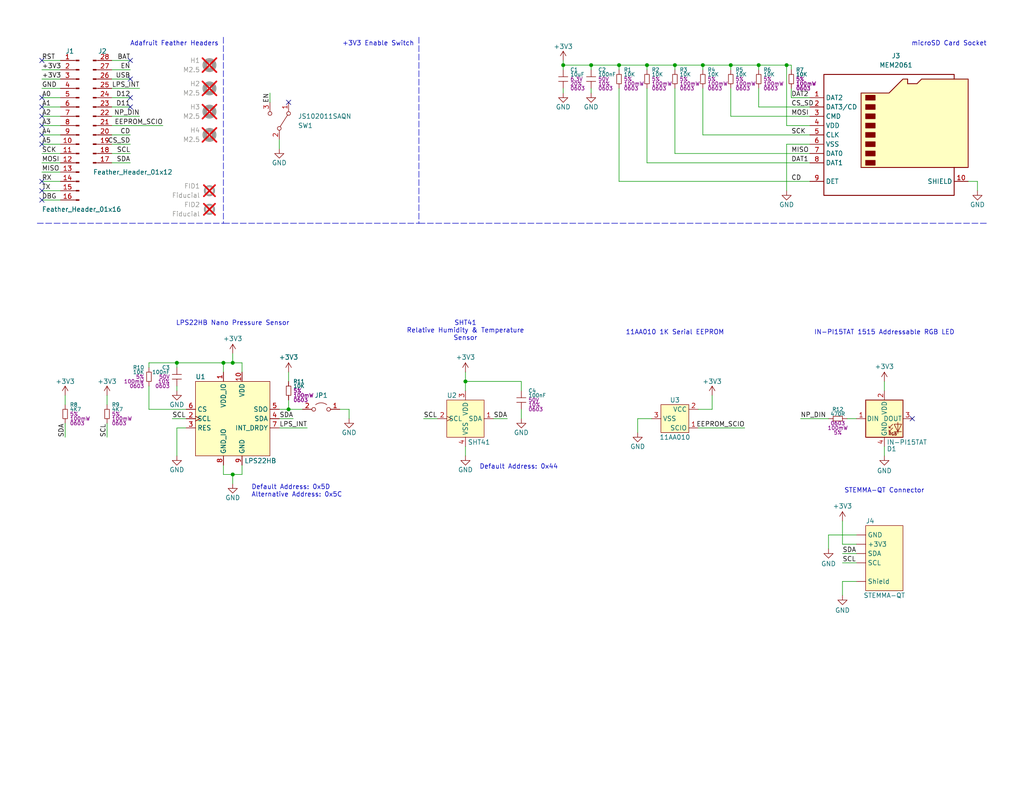
<source format=kicad_sch>
(kicad_sch (version 20230121) (generator eeschema)
  (paper "USLetter")
  (title_block (title "Weather Featherwing v1.1.0") (date "2024-01-07") (rev "02") (comment 1 "Madison Gleydura") (comment 2 "PROTOTYPE") (comment 3 "2024"))
  (lib_symbols
    (symbol "GND_1" (power) (pin_names (offset 0))
      (property "Value" "GND" (at 0 -3.81 0))
      (symbol "GND_1_0_1"
        (polyline (pts (xy 0 0) (xy 0 -1.27) (xy 1.27 -1.27) (xy 0 -2.54) (xy -1.27 -1.27) (xy 0 -1.27)))
      )
      (symbol "GND_1_1_1"
        (pin power_in line (at 0 0 270) (length 0) hide (name "GND") (number "1"))
      )
    )
    (symbol "lib_sch:11AAxxx"
      (property "Reference" "U" (at 0 5.08 0))
      (property "Value" "11AA010T-I/TT" (at 0 -5.08 0))
      (symbol "11AAxxx_1_1"
        (rectangle (start -3.81 3.81) (end 3.81 -3.81) (fill (type background)))
        (pin bidirectional line (at 6.35 -2.54 180) (length 2.54) (name "SCIO") (number "1"))
        (pin power_in line (at 6.35 2.54 180) (length 2.54) (name "VCC") (number "2"))
        (pin passive line (at -6.35 0 0) (length 2.54) (name "VSS") (number "3"))
      )
    )
    (symbol "lib_sch:Conn_01x12_Pin" (pin_names (offset 1.016) hide)
      (property "Reference" "J2" (at 0.635 17.78 0))
      (property "Value" "Conn_01x12_Pin" (at 0.635 15.24 0))
      (symbol "Conn_01x12_Pin_1_1"
        (polyline (pts (xy 1.27 -15.24) (xy 0.8636 -15.24)) (stroke (width 0.1524)))
        (polyline (pts (xy 1.27 -12.7) (xy 0.8636 -12.7)) (stroke (width 0.1524)))
        (polyline (pts (xy 1.27 -10.16) (xy 0.8636 -10.16)) (stroke (width 0.1524)))
        (polyline (pts (xy 1.27 -7.62) (xy 0.8636 -7.62)) (stroke (width 0.1524)))
        (polyline (pts (xy 1.27 -5.08) (xy 0.8636 -5.08)) (stroke (width 0.1524)))
        (polyline (pts (xy 1.27 -2.54) (xy 0.8636 -2.54)) (stroke (width 0.1524)))
        (polyline (pts (xy 1.27 0) (xy 0.8636 0)) (stroke (width 0.1524)))
        (polyline (pts (xy 1.27 2.54) (xy 0.8636 2.54)) (stroke (width 0.1524)))
        (polyline (pts (xy 1.27 5.08) (xy 0.8636 5.08)) (stroke (width 0.1524)))
        (polyline (pts (xy 1.27 7.62) (xy 0.8636 7.62)) (stroke (width 0.1524)))
        (polyline (pts (xy 1.27 10.16) (xy 0.8636 10.16)) (stroke (width 0.1524)))
        (polyline (pts (xy 1.27 12.7) (xy 0.8636 12.7)) (stroke (width 0.1524)))
        (rectangle (start 0.8636 -15.113) (end 0 -15.367) (stroke (width 0.1524)) (fill (type outline)))
        (rectangle (start 0.8636 -12.573) (end 0 -12.827) (stroke (width 0.1524)) (fill (type outline)))
        (rectangle (start 0.8636 -10.033) (end 0 -10.287) (stroke (width 0.1524)) (fill (type outline)))
        (rectangle (start 0.8636 -7.493) (end 0 -7.747) (stroke (width 0.1524)) (fill (type outline)))
        (rectangle (start 0.8636 -4.953) (end 0 -5.207) (stroke (width 0.1524)) (fill (type outline)))
        (rectangle (start 0.8636 -2.413) (end 0 -2.667) (stroke (width 0.1524)) (fill (type outline)))
        (rectangle (start 0.8636 0.127) (end 0 -0.127) (stroke (width 0.1524)) (fill (type outline)))
        (rectangle (start 0.8636 2.667) (end 0 2.413) (stroke (width 0.1524)) (fill (type outline)))
        (rectangle (start 0.8636 5.207) (end 0 4.953) (stroke (width 0.1524)) (fill (type outline)))
        (rectangle (start 0.8636 7.747) (end 0 7.493) (stroke (width 0.1524)) (fill (type outline)))
        (rectangle (start 0.8636 10.287) (end 0 10.033) (stroke (width 0.1524)) (fill (type outline)))
        (rectangle (start 0.8636 12.827) (end 0 12.573) (stroke (width 0.1524)) (fill (type outline)))
        (pin passive line (at 5.08 -15.24 180) (length 3.81) (name "Pin_17") (number "17"))
        (pin passive line (at 5.08 -12.7 180) (length 3.81) (name "Pin_18") (number "18"))
        (pin passive line (at 5.08 -10.16 180) (length 3.81) (name "Pin_19") (number "19"))
        (pin passive line (at 5.08 -7.62 180) (length 3.81) (name "Pin_20") (number "20"))
        (pin passive line (at 5.08 -5.08 180) (length 3.81) (name "Pin_21") (number "21"))
        (pin passive line (at 5.08 -2.54 180) (length 3.81) (name "Pin_22") (number "22"))
        (pin passive line (at 5.08 0 180) (length 3.81) (name "3") (number "23"))
        (pin passive line (at 5.08 2.54 180) (length 3.81) (name "Pin_24") (number "24"))
        (pin passive line (at 5.08 5.08 180) (length 3.81) (name "Pin_25") (number "25"))
        (pin passive line (at 5.08 7.62 180) (length 3.81) (name "Pin_26") (number "26"))
        (pin passive line (at 5.08 10.16 180) (length 3.81) (name "Pin_27") (number "27"))
        (pin passive line (at 5.08 12.7 180) (length 3.81) (name "Pin_28") (number "28"))
      )
    )
    (symbol "lib_sch:Conn_01x16_Pin" (pin_names (offset 1.016) hide)
      (property "Reference" "J" (at 0 20.32 0))
      (property "Value" "Conn_01x16_Pin" (at 0 -22.86 0))
      (symbol "Conn_01x16_Pin_1_1"
        (polyline (pts (xy 1.27 -20.32) (xy 0.8636 -20.32)) (stroke (width 0.1524)))
        (polyline (pts (xy 1.27 -17.78) (xy 0.8636 -17.78)) (stroke (width 0.1524)))
        (polyline (pts (xy 1.27 -15.24) (xy 0.8636 -15.24)) (stroke (width 0.1524)))
        (polyline (pts (xy 1.27 -12.7) (xy 0.8636 -12.7)) (stroke (width 0.1524)))
        (polyline (pts (xy 1.27 -10.16) (xy 0.8636 -10.16)) (stroke (width 0.1524)))
        (polyline (pts (xy 1.27 -7.62) (xy 0.8636 -7.62)) (stroke (width 0.1524)))
        (polyline (pts (xy 1.27 -5.08) (xy 0.8636 -5.08)) (stroke (width 0.1524)))
        (polyline (pts (xy 1.27 -2.54) (xy 0.8636 -2.54)) (stroke (width 0.1524)))
        (polyline (pts (xy 1.27 0) (xy 0.8636 0)) (stroke (width 0.1524)))
        (polyline (pts (xy 1.27 2.54) (xy 0.8636 2.54)) (stroke (width 0.1524)))
        (polyline (pts (xy 1.27 5.08) (xy 0.8636 5.08)) (stroke (width 0.1524)))
        (polyline (pts (xy 1.27 7.62) (xy 0.8636 7.62)) (stroke (width 0.1524)))
        (polyline (pts (xy 1.27 10.16) (xy 0.8636 10.16)) (stroke (width 0.1524)))
        (polyline (pts (xy 1.27 12.7) (xy 0.8636 12.7)) (stroke (width 0.1524)))
        (polyline (pts (xy 1.27 15.24) (xy 0.8636 15.24)) (stroke (width 0.1524)))
        (polyline (pts (xy 1.27 17.78) (xy 0.8636 17.78)) (stroke (width 0.1524)))
        (rectangle (start 0.8636 -20.193) (end 0 -20.447) (stroke (width 0.1524)) (fill (type outline)))
        (rectangle (start 0.8636 -17.653) (end 0 -17.907) (stroke (width 0.1524)) (fill (type outline)))
        (rectangle (start 0.8636 -15.113) (end 0 -15.367) (stroke (width 0.1524)) (fill (type outline)))
        (rectangle (start 0.8636 -12.573) (end 0 -12.827) (stroke (width 0.1524)) (fill (type outline)))
        (rectangle (start 0.8636 -10.033) (end 0 -10.287) (stroke (width 0.1524)) (fill (type outline)))
        (rectangle (start 0.8636 -7.493) (end 0 -7.747) (stroke (width 0.1524)) (fill (type outline)))
        (rectangle (start 0.8636 -4.953) (end 0 -5.207) (stroke (width 0.1524)) (fill (type outline)))
        (rectangle (start 0.8636 -2.413) (end 0 -2.667) (stroke (width 0.1524)) (fill (type outline)))
        (rectangle (start 0.8636 0.127) (end 0 -0.127) (stroke (width 0.1524)) (fill (type outline)))
        (rectangle (start 0.8636 2.667) (end 0 2.413) (stroke (width 0.1524)) (fill (type outline)))
        (rectangle (start 0.8636 5.207) (end 0 4.953) (stroke (width 0.1524)) (fill (type outline)))
        (rectangle (start 0.8636 7.747) (end 0 7.493) (stroke (width 0.1524)) (fill (type outline)))
        (rectangle (start 0.8636 10.287) (end 0 10.033) (stroke (width 0.1524)) (fill (type outline)))
        (rectangle (start 0.8636 12.827) (end 0 12.573) (stroke (width 0.1524)) (fill (type outline)))
        (rectangle (start 0.8636 15.367) (end 0 15.113) (stroke (width 0.1524)) (fill (type outline)))
        (rectangle (start 0.8636 17.907) (end 0 17.653) (stroke (width 0.1524)) (fill (type outline)))
        (pin passive line (at 5.08 17.78 180) (length 3.81) (name "Pin_1") (number "1"))
        (pin passive line (at 5.08 -5.08 180) (length 3.81) (name "Pin_10") (number "10"))
        (pin passive line (at 5.08 -7.62 180) (length 3.81) (name "Pin_11") (number "11"))
        (pin passive line (at 5.08 -10.16 180) (length 3.81) (name "Pin_12") (number "12"))
        (pin passive line (at 5.08 -12.7 180) (length 3.81) (name "Pin_13") (number "13"))
        (pin passive line (at 5.08 -15.24 180) (length 3.81) (name "Pin_14") (number "14"))
        (pin passive line (at 5.08 -17.78 180) (length 3.81) (name "Pin_15") (number "15"))
        (pin passive line (at 5.08 -20.32 180) (length 3.81) (name "Pin_16") (number "16"))
        (pin passive line (at 5.08 15.24 180) (length 3.81) (name "Pin_2") (number "2"))
        (pin passive line (at 5.08 12.7 180) (length 3.81) (name "Pin_3") (number "3"))
        (pin passive line (at 5.08 10.16 180) (length 3.81) (name "Pin_4") (number "4"))
        (pin passive line (at 5.08 7.62 180) (length 3.81) (name "Pin_5") (number "5"))
        (pin passive line (at 5.08 5.08 180) (length 3.81) (name "Pin_6") (number "6"))
        (pin passive line (at 5.08 2.54 180) (length 3.81) (name "Pin_7") (number "7"))
        (pin passive line (at 5.08 0 180) (length 3.81) (name "Pin_8") (number "8"))
        (pin passive line (at 5.08 -2.54 180) (length 3.81) (name "Pin_9") (number "9"))
      )
    )
    (symbol "lib_sch:Fiducial"
      (property "Reference" "FID" (at 0 5.08 0))
      (property "Value" "Fiducial" (at 0 3.175 0))
      (symbol "Fiducial_0_1"
        (circle (center 0 0) (radius 1.27) (stroke (width 0.508)) (fill (type background)))
      )
    )
    (symbol "lib_sch:Jumper_2_Open" (pin_names (offset 0) hide)
      (property "Reference" "JP" (at 0 2.794 0))
      (property "Value" "Jumper_2_Open" (at 0 -2.286 0))
      (symbol "Jumper_2_Open_0_0"
        (circle (center -2.032 0) (radius 0.508))
        (circle (center 2.032 0) (radius 0.508))
      )
      (symbol "Jumper_2_Open_0_1"
        (arc (start 1.524 1.27) (mid 0 1.778) (end -1.524 1.27))
      )
      (symbol "Jumper_2_Open_1_1"
        (pin passive line (at -5.08 0 0) (length 2.54) (name "A") (number "1"))
        (pin passive line (at 5.08 0 180) (length 2.54) (name "B") (number "2"))
      )
    )
    (symbol "lib_sch:LPS2x"
      (property "Reference" "U" (at -10.16 11.43 0))
      (property "Value" "LPS2x" (at 3.175 -10.795 0))
      (symbol "LPS2x_0_0"
        (pin power_in line (at -2.54 12.7 270) (length 2.54) (name "VDD_IO") (number "1"))
        (pin input line (at 2.54 12.7 270) (length 2.54) (name "VDD") (number "10"))
        (pin passive line (at -12.7 -2.54 0) (length 2.54) (name "RES") (number "3"))
        (pin input line (at -12.7 2.54 0) (length 2.54) (name "CS") (number "6"))
        (pin output line (at 12.7 -2.54 180) (length 2.54) (name "INT_DRDY") (number "7"))
        (pin passive line (at -2.54 -12.7 90) (length 2.54) (name "GND_IO") (number "8"))
        (pin passive line (at 2.54 -12.7 90) (length 2.54) (name "GND") (number "9"))
      )
      (symbol "LPS2x_1_0"
        (pin input clock (at -12.7 0 0) (length 2.54) (name "SCL") (number "2"))
        (pin bidirectional line (at 12.7 0 180) (length 2.54) (name "SDA") (number "4"))
        (pin output line (at 12.7 2.54 180) (length 2.54) (name "SDO") (number "5"))
      )
      (symbol "LPS2x_1_1"
        (rectangle (start -10.16 10.16) (end 10.16 -10.16) (fill (type background)))
      )
    )
    (symbol "lib_sch:Micro_SD_Card_Det1"
      (property "Reference" "J" (at -16.51 17.78 0))
      (property "Value" "Micro_SD_Card_Det1" (at 16.51 17.78 0))
      (symbol "Micro_SD_Card_Det1_0_1"
        (rectangle (start -7.62 -6.985) (end -5.08 -8.255) (stroke (width 0.254)) (fill (type outline)))
        (rectangle (start -7.62 -4.445) (end -5.08 -5.715) (stroke (width 0.254)) (fill (type outline)))
        (rectangle (start -7.62 -1.905) (end -5.08 -3.175) (stroke (width 0.254)) (fill (type outline)))
        (rectangle (start -7.62 0.635) (end -5.08 -0.635) (stroke (width 0.254)) (fill (type outline)))
        (rectangle (start -7.62 3.175) (end -5.08 1.905) (stroke (width 0.254)) (fill (type outline)))
        (rectangle (start -7.62 5.715) (end -5.08 4.445) (stroke (width 0.254)) (fill (type outline)))
        (rectangle (start -7.62 8.255) (end -5.08 6.985) (stroke (width 0.254)) (fill (type outline)))
        (rectangle (start -7.62 10.795) (end -5.08 9.525) (stroke (width 0.254)) (fill (type outline)))
        (polyline (pts (xy 16.51 15.24) (xy 16.51 16.51) (xy -19.05 16.51) (xy -19.05 -16.51) (xy 16.51 -16.51) (xy 16.51 -8.89)) (stroke (width 0.254)))
        (polyline (pts (xy -8.89 -8.89) (xy -8.89 11.43) (xy -1.27 11.43) (xy 2.54 15.24) (xy 3.81 15.24) (xy 3.81 13.97) (xy 6.35 13.97) (xy 7.62 15.24) (xy 20.32 15.24) (xy 20.32 -8.89) (xy -8.89 -8.89)) (stroke (width 0.254)) (fill (type background)))
      )
      (symbol "Micro_SD_Card_Det1_1_1"
        (pin bidirectional line (at -22.86 10.16 0) (length 3.81) (name "DAT2") (number "1"))
        (pin passive line (at 20.32 -12.7 180) (length 3.81) (name "SHIELD") (number "10"))
        (pin bidirectional line (at -22.86 7.62 0) (length 3.81) (name "DAT3/CD") (number "2"))
        (pin input line (at -22.86 5.08 0) (length 3.81) (name "CMD") (number "3"))
        (pin power_in line (at -22.86 2.54 0) (length 3.81) (name "VDD") (number "4"))
        (pin input line (at -22.86 0 0) (length 3.81) (name "CLK") (number "5"))
        (pin power_in line (at -22.86 -2.54 0) (length 3.81) (name "VSS") (number "6"))
        (pin bidirectional line (at -22.86 -5.08 0) (length 3.81) (name "DAT0") (number "7"))
        (pin bidirectional line (at -22.86 -7.62 0) (length 3.81) (name "DAT1") (number "8"))
        (pin passive line (at -22.86 -12.7 0) (length 3.81) (name "DET") (number "9"))
      )
    )
    (symbol "lib_sch:MountingHole" (pin_names (offset 1.016))
      (property "Reference" "H" (at 0 5.08 0))
      (property "Value" "MountingHole" (at 0 3.175 0))
      (symbol "MountingHole_0_1"
        (circle (center 0 0) (radius 1.27) (stroke (width 1.27)))
      )
    )
    (symbol "lib_sch:NeoPixel_THT" (pin_names (offset 0.254))
      (property "Reference" "D2" (at 0.635 -8.255 0))
      (property "Value" "NeoPixel_THT" (at 0.635 -5.715 0))
      (symbol "NeoPixel_THT_0_0"
        (text "RGB" (at 2.286 -4.191 0) (effects (font (size 0.762 0.762))))
      )
      (symbol "NeoPixel_THT_0_1"
        (polyline (pts (xy 1.27 -3.556) (xy 1.778 -3.556)))
        (polyline (pts (xy 1.27 -2.54) (xy 1.778 -2.54)))
        (polyline (pts (xy 4.699 -3.556) (xy 2.667 -3.556)))
        (polyline (pts (xy 2.286 -2.54) (xy 1.27 -3.556) (xy 1.27 -3.048)))
        (polyline (pts (xy 2.286 -1.524) (xy 1.27 -2.54) (xy 1.27 -2.032)))
        (polyline (pts (xy 3.683 -1.016) (xy 3.683 -3.556) (xy 3.683 -4.064)))
        (polyline (pts (xy 4.699 -1.524) (xy 2.667 -1.524) (xy 3.683 -3.556) (xy 4.699 -1.524)))
        (rectangle (start 5.08 5.08) (end -5.08 -5.08) (stroke (width 0.254)) (fill (type background)))
      )
      (symbol "NeoPixel_THT_1_1"
        (pin input line (at -7.62 0 0) (length 2.54) (name "DIN") (number "1"))
        (pin power_in line (at 0 7.62 270) (length 2.54) (name "VDD") (number "2"))
        (pin output line (at 7.62 0 180) (length 2.54) (name "DOUT") (number "3"))
        (pin power_in line (at 0 -7.62 90) (length 2.54) (name "GND") (number "4"))
      )
    )
    (symbol "lib_sch:SHT4x"
      (property "Reference" "U" (at -5.08 6.35 0))
      (property "Value" "SHT4x" (at 0.635 -5.715 0))
      (symbol "SHT4x_1_1"
        (rectangle (start -5.08 5.08) (end 5.08 -5.08) (fill (type background)))
        (pin bidirectional line (at 7.62 0 180) (length 2.54) (name "SDA") (number "1"))
        (pin input clock (at -7.62 0 0) (length 2.54) (name "SCL") (number "2"))
        (pin power_in line (at 0 7.62 270) (length 2.54) (name "VDD") (number "3"))
        (pin passive line (at 0 -7.62 90) (length 2.54) (name "VSS") (number "4"))
      )
    )
    (symbol "lib_sch:STEMMA-QT" (pin_numbers hide)
      (property "Reference" "J" (at -5.08 10.16 0))
      (property "Value" "STEMMA-QT" (at 0 -10.16 0))
      (symbol "STEMMA-QT_0_0"
        (pin passive line (at -7.62 -6.35 0) (length 2.54) (name "Shield") (number "MP"))
      )
      (symbol "STEMMA-QT_1_0"
        (pin passive line (at -7.62 6.35 0) (length 2.54) (name "GND") (number "1"))
        (pin passive line (at -7.62 3.81 0) (length 2.54) (name "+3V3") (number "2"))
        (pin passive line (at -7.62 1.27 0) (length 2.54) (name "SDA") (number "3"))
        (pin passive line (at -7.62 -1.27 0) (length 2.54) (name "SCL") (number "4"))
      )
      (symbol "STEMMA-QT_1_1"
        (rectangle (start -5.08 8.89) (end 5.08 -8.89) (fill (type background)))
      )
    )
    (symbol "lib_sch:SW_SPDT" (pin_names (offset 0) hide)
      (property "Reference" "SW" (at 0 4.318 0))
      (property "Value" "SW_SPDT" (at 0 -5.08 0))
      (symbol "SW_SPDT_0_0"
        (circle (center -2.032 0) (radius 0.508))
        (circle (center 2.032 -2.54) (radius 0.508))
      )
      (symbol "SW_SPDT_0_1"
        (polyline (pts (xy -1.524 0.254) (xy 1.651 2.286)))
        (circle (center 2.032 2.54) (radius 0.508))
      )
      (symbol "SW_SPDT_1_1"
        (pin passive line (at 5.08 2.54 180) (length 2.54) (name "A") (number "1"))
        (pin passive line (at -5.08 0 0) (length 2.54) (name "B") (number "2"))
        (pin passive line (at 5.08 -2.54 180) (length 2.54) (name "C") (number "3"))
      )
    )
    (symbol "lib_sch:c_small"
      (property "Reference" "C?" (at 1.905 2.54 0))
      (property "Value" "c_small" (at 1.905 1.27 0))
      (property "Tolerance" "TOL" (at 1.905 -1.27 0))
      (property "Voltage Rating" "VOLTAGE" (at 1.905 0 0))
      (property "Package" "PKG" (at 1.905 -2.54 0))
      (symbol "c_small_0_1"
        (polyline (pts (xy -1.27 -0.635) (xy 1.27 -0.635)))
        (polyline (pts (xy -1.27 0.635) (xy 1.27 0.635)))
      )
      (symbol "c_small_1_1"
        (pin passive line (at 0 2.54 270) (length 1.905) (name "") (number "1"))
        (pin passive line (at 0 -2.54 90) (length 1.905) (name "") (number "2"))
      )
    )
    (symbol "lib_sch:r_small"
      (property "Reference" "R?" (at 1.27 2.54 0))
      (property "Value" "VALUE" (at 1.27 1.27 0))
      (property "Tolerance" "TOL" (at 1.27 0 0))
      (property "Power Rating" "PWR" (at 1.27 -1.27 0))
      (property "Package" "PKG" (at 1.27 -2.54 0))
      (symbol "r_small_0_1"
        (polyline (pts (xy -0.635 1.27) (xy -0.635 -1.27) (xy 0.635 -1.27) (xy 0.635 1.27) (xy -0.635 1.27)))
      )
      (symbol "r_small_1_1"
        (pin passive line (at 0 2.54 270) (length 1.27) (name "") (number "1"))
        (pin passive line (at 0 -2.54 90) (length 1.27) (name "") (number "2"))
      )
    )
    (symbol "power:+3V3" (power) (pin_names (offset 0))
      (property "Value" "+3V3" (at 0 3.556 0))
      (symbol "+3V3_0_1"
        (polyline (pts (xy -0.762 1.27) (xy 0 2.54)))
        (polyline (pts (xy 0 0) (xy 0 2.54)))
        (polyline (pts (xy 0 2.54) (xy 0.762 1.27)))
      )
      (symbol "+3V3_1_1"
        (pin power_in line (at 0 0 90) (length 0) hide (name "+3V3") (number "1"))
      )
    )
    (symbol "power:GND" (power) (pin_names (offset 0))
      (property "Value" "GND" (at 0 -3.81 0))
      (symbol "GND_0_1"
        (polyline (pts (xy 0 0) (xy 0 -1.27) (xy 1.27 -1.27) (xy 0 -2.54) (xy -1.27 -1.27) (xy 0 -1.27)))
      )
      (symbol "GND_1_1"
        (pin power_in line (at 0 0 270) (length 0) hide (name "GND") (number "1"))
      )
    )
  )
  (junction (at 176.53 17.78))
  (junction (at 63.5 129.54))
  (junction (at 78.74 111.76))
  (junction (at 214.63 17.78))
  (junction (at 153.67 17.78))
  (junction (at 127 104.14))
  (junction (at 168.91 17.78))
  (junction (at 184.15 17.78))
  (junction (at 161.29 17.78))
  (junction (at 48.26 99.06))
  (junction (at 199.39 17.78))
  (junction (at 63.5 99.06))
  (junction (at 60.96 99.06))
  (junction (at 191.77 17.78))
  (junction (at 207.01 17.78))
  (no_connect (at 11.43 54.61))
  (no_connect (at 11.43 31.75))
  (no_connect (at 35.56 29.21))
  (no_connect (at 11.43 34.29))
  (no_connect (at 11.43 16.51))
  (no_connect (at 11.43 49.53))
  (no_connect (at 35.56 26.67))
  (no_connect (at 11.43 29.21))
  (no_connect (at 11.43 36.83))
  (no_connect (at 35.56 21.59))
  (no_connect (at 35.56 16.51))
  (no_connect (at 11.43 26.67))
  (no_connect (at 78.74 27.94))
  (no_connect (at 248.92 114.3))
  (no_connect (at 11.43 52.07))
  (no_connect (at 11.43 39.37))
  (wire (pts (xy 76.2 116.84) (xy 83.82 116.84)))
  (polyline (pts (xy 114.3 60.96) (xy 269.24 60.96)) (stroke (width 0) (type dash)))
  (wire (pts (xy 199.39 17.78) (xy 207.01 17.78)))
  (wire (pts (xy 11.43 24.13) (xy 16.51 24.13)))
  (wire (pts (xy 176.53 44.45) (xy 220.98 44.45)))
  (wire (pts (xy 30.48 26.67) (xy 35.56 26.67)))
  (wire (pts (xy 207.01 17.78) (xy 214.63 17.78)))
  (wire (pts (xy 60.96 127) (xy 60.96 129.54)))
  (wire (pts (xy 66.04 101.6) (xy 66.04 99.06)))
  (wire (pts (xy 231.14 114.3) (xy 233.68 114.3)))
  (wire (pts (xy 184.15 17.78) (xy 184.15 19.05)))
  (wire (pts (xy 76.2 114.3) (xy 80.01 114.3)))
  (wire (pts (xy 30.48 36.83) (xy 35.56 36.83)))
  (wire (pts (xy 127 104.14) (xy 142.24 104.14)))
  (wire (pts (xy 207.01 17.78) (xy 207.01 19.05)))
  (wire (pts (xy 214.63 52.07) (xy 214.63 39.37)))
  (wire (pts (xy 11.43 39.37) (xy 16.51 39.37)))
  (wire (pts (xy 215.9 26.67) (xy 220.98 26.67)))
  (wire (pts (xy 11.43 46.99) (xy 16.51 46.99)))
  (wire (pts (xy 63.5 96.52) (xy 63.5 99.06)))
  (wire (pts (xy 168.91 24.13) (xy 168.91 49.53)))
  (wire (pts (xy 199.39 24.13) (xy 199.39 31.75)))
  (wire (pts (xy 184.15 41.91) (xy 220.98 41.91)))
  (wire (pts (xy 78.74 111.76) (xy 78.74 109.22)))
  (wire (pts (xy 48.26 116.84) (xy 48.26 124.46)))
  (wire (pts (xy 66.04 99.06) (xy 63.5 99.06)))
  (wire (pts (xy 30.48 19.05) (xy 35.56 19.05)))
  (wire (pts (xy 40.64 99.06) (xy 40.64 100.33)))
  (wire (pts (xy 176.53 17.78) (xy 184.15 17.78)))
  (wire (pts (xy 11.43 54.61) (xy 16.51 54.61)))
  (polyline (pts (xy 114.3 10.16) (xy 114.3 60.96)) (stroke (width 0) (type dash)))
  (wire (pts (xy 207.01 29.21) (xy 220.98 29.21)))
  (wire (pts (xy 168.91 17.78) (xy 168.91 19.05)))
  (wire (pts (xy 40.64 99.06) (xy 48.26 99.06)))
  (wire (pts (xy 264.16 49.53) (xy 266.7 49.53)))
  (wire (pts (xy 66.04 129.54) (xy 63.5 129.54)))
  (wire (pts (xy 241.3 124.46) (xy 241.3 121.92)))
  (wire (pts (xy 134.62 114.3) (xy 138.43 114.3)))
  (wire (pts (xy 11.43 52.07) (xy 16.51 52.07)))
  (wire (pts (xy 11.43 36.83) (xy 16.51 36.83)))
  (wire (pts (xy 40.64 111.76) (xy 50.8 111.76)))
  (wire (pts (xy 127 104.14) (xy 127 106.68)))
  (wire (pts (xy 11.43 26.67) (xy 16.51 26.67)))
  (wire (pts (xy 153.67 19.05) (xy 153.67 17.78)))
  (wire (pts (xy 190.5 116.84) (xy 203.2 116.84)))
  (wire (pts (xy 184.15 24.13) (xy 184.15 41.91)))
  (wire (pts (xy 229.87 151.13) (xy 233.68 151.13)))
  (wire (pts (xy 190.5 111.76) (xy 194.31 111.76)))
  (wire (pts (xy 215.9 26.67) (xy 215.9 24.13)))
  (wire (pts (xy 48.26 105.41) (xy 48.26 106.68)))
  (wire (pts (xy 214.63 34.29) (xy 214.63 17.78)))
  (wire (pts (xy 176.53 24.13) (xy 176.53 44.45)))
  (wire (pts (xy 176.53 19.05) (xy 176.53 17.78)))
  (wire (pts (xy 30.48 21.59) (xy 35.56 21.59)))
  (polyline (pts (xy 10.16 60.96) (xy 60.96 60.96)) (stroke (width 0) (type dash)))
  (wire (pts (xy 11.43 29.21) (xy 16.51 29.21)))
  (wire (pts (xy 46.99 114.3) (xy 50.8 114.3)))
  (wire (pts (xy 226.06 146.05) (xy 233.68 146.05)))
  (wire (pts (xy 95.25 111.76) (xy 92.71 111.76)))
  (wire (pts (xy 76.2 111.76) (xy 78.74 111.76)))
  (wire (pts (xy 191.77 17.78) (xy 191.77 19.05)))
  (wire (pts (xy 11.43 34.29) (xy 16.51 34.29)))
  (wire (pts (xy 220.98 34.29) (xy 214.63 34.29)))
  (wire (pts (xy 194.31 107.95) (xy 194.31 111.76)))
  (wire (pts (xy 266.7 49.53) (xy 266.7 52.07)))
  (wire (pts (xy 30.48 29.21) (xy 35.56 29.21)))
  (wire (pts (xy 241.3 104.14) (xy 241.3 106.68)))
  (wire (pts (xy 29.21 115.57) (xy 29.21 119.38)))
  (wire (pts (xy 29.21 107.95) (xy 29.21 110.49)))
  (wire (pts (xy 63.5 99.06) (xy 60.96 99.06)))
  (wire (pts (xy 48.26 100.33) (xy 48.26 99.06)))
  (wire (pts (xy 153.67 16.51) (xy 153.67 17.78)))
  (wire (pts (xy 95.25 114.3) (xy 95.25 111.76)))
  (wire (pts (xy 215.9 19.05) (xy 215.9 17.78)))
  (wire (pts (xy 40.64 105.41) (xy 40.64 111.76)))
  (wire (pts (xy 191.77 36.83) (xy 220.98 36.83)))
  (wire (pts (xy 184.15 17.78) (xy 191.77 17.78)))
  (wire (pts (xy 11.43 49.53) (xy 16.51 49.53)))
  (wire (pts (xy 153.67 24.13) (xy 153.67 25.4)))
  (wire (pts (xy 30.48 41.91) (xy 35.56 41.91)))
  (wire (pts (xy 173.99 114.3) (xy 177.8 114.3)))
  (wire (pts (xy 11.43 19.05) (xy 16.51 19.05)))
  (wire (pts (xy 229.87 158.75) (xy 229.87 162.56)))
  (wire (pts (xy 63.5 129.54) (xy 60.96 129.54)))
  (wire (pts (xy 142.24 111.76) (xy 142.24 114.3)))
  (wire (pts (xy 17.78 107.95) (xy 17.78 110.49)))
  (wire (pts (xy 30.48 24.13) (xy 38.1 24.13)))
  (wire (pts (xy 199.39 31.75) (xy 220.98 31.75)))
  (wire (pts (xy 207.01 24.13) (xy 207.01 29.21)))
  (wire (pts (xy 60.96 99.06) (xy 60.96 101.6)))
  (wire (pts (xy 11.43 41.91) (xy 16.51 41.91)))
  (wire (pts (xy 76.2 38.1) (xy 76.2 40.64)))
  (wire (pts (xy 30.48 31.75) (xy 38.1 31.75)))
  (wire (pts (xy 11.43 16.51) (xy 16.51 16.51)))
  (wire (pts (xy 168.91 17.78) (xy 176.53 17.78)))
  (wire (pts (xy 30.48 39.37) (xy 35.56 39.37)))
  (wire (pts (xy 11.43 31.75) (xy 16.51 31.75)))
  (wire (pts (xy 48.26 99.06) (xy 60.96 99.06)))
  (wire (pts (xy 218.44 114.3) (xy 226.06 114.3)))
  (wire (pts (xy 115.57 114.3) (xy 119.38 114.3)))
  (wire (pts (xy 161.29 17.78) (xy 168.91 17.78)))
  (wire (pts (xy 214.63 39.37) (xy 220.98 39.37)))
  (wire (pts (xy 127 101.6) (xy 127 104.14)))
  (wire (pts (xy 73.66 25.4) (xy 73.66 27.94)))
  (polyline (pts (xy 60.96 60.96) (xy 114.3 60.96)) (stroke (width 0) (type dash)))
  (wire (pts (xy 78.74 101.6) (xy 78.74 104.14)))
  (wire (pts (xy 127 121.92) (xy 127 124.46)))
  (wire (pts (xy 229.87 142.24) (xy 229.87 148.59)))
  (wire (pts (xy 30.48 16.51) (xy 35.56 16.51)))
  (wire (pts (xy 214.63 17.78) (xy 215.9 17.78)))
  (wire (pts (xy 161.29 24.13) (xy 161.29 25.4)))
  (wire (pts (xy 11.43 44.45) (xy 16.51 44.45)))
  (wire (pts (xy 199.39 17.78) (xy 199.39 19.05)))
  (polyline (pts (xy 60.96 10.16) (xy 60.96 60.96)) (stroke (width 0) (type dash)))
  (wire (pts (xy 173.99 114.3) (xy 173.99 118.11)))
  (wire (pts (xy 30.48 34.29) (xy 44.45 34.29)))
  (wire (pts (xy 168.91 49.53) (xy 220.98 49.53)))
  (wire (pts (xy 30.48 44.45) (xy 35.56 44.45)))
  (wire (pts (xy 191.77 17.78) (xy 199.39 17.78)))
  (wire (pts (xy 66.04 127) (xy 66.04 129.54)))
  (wire (pts (xy 142.24 104.14) (xy 142.24 106.68)))
  (wire (pts (xy 226.06 146.05) (xy 226.06 149.86)))
  (wire (pts (xy 153.67 17.78) (xy 161.29 17.78)))
  (wire (pts (xy 63.5 132.08) (xy 63.5 129.54)))
  (wire (pts (xy 48.26 116.84) (xy 50.8 116.84)))
  (wire (pts (xy 11.43 21.59) (xy 16.51 21.59)))
  (wire (pts (xy 161.29 17.78) (xy 161.29 19.05)))
  (wire (pts (xy 229.87 158.75) (xy 233.68 158.75)))
  (wire (pts (xy 191.77 24.13) (xy 191.77 36.83)))
  (wire (pts (xy 78.74 111.76) (xy 82.55 111.76)))
  (wire (pts (xy 229.87 153.67) (xy 233.68 153.67)))
  (wire (pts (xy 17.78 115.57) (xy 17.78 119.38)))
  (wire (pts (xy 229.87 148.59) (xy 233.68 148.59)))
  (text_box "IN-PI15TAT 1515 Addressable RGB LED" (at 220.98 88.9 0) (size 40.64 2.54) (stroke (width -0.0001)) (effects (font (size 1.27 1.27)) (justify top)))
  (text_box "11AA010 1K Serial EEPROM" (at 166.37 88.9 0) (size 35.56 2.54) (stroke (width -0.0001)) (effects (font (size 1.27 1.27)) (justify top)))
  (text_box "SHT41\nRelative Humidity & Temperature\nSensor" (at 109.22 86.36 0) (size 35.56 7.62) (stroke (width -0.0001)) (effects (font (size 1.27 1.27)) (justify top)))
  (text_box "LPS22HB Nano Pressure Sensor" (at 45.72 86.36 0) (size 35.56 2.54) (stroke (width -0.0001)) (effects (font (size 1.27 1.27)) (justify top)))
  (text_box "STEMMA-QT Connector" (at 228.6 132.08 0) (size 25.4 2.54) (stroke (width -0.0001)) (effects (font (size 1.27 1.27)) (justify top)))
  (text "Adafruit Feather Headers" (at 59.69 12.7 0) (effects (font (size 1.27 1.27)) (justify right bottom)))
  (text "microSD Card Socket" (at 269.24 12.7 0) (effects (font (size 1.27 1.27)) (justify right bottom)))
  (text "+3V3 Enable Switch" (at 113.03 12.7 0) (effects (font (size 1.27 1.27)) (justify right bottom)))
  (text "Default Address: 0x44" (at 130.81 128.27 0) (effects (font (size 1.27 1.27)) (justify left bottom)))
  (text "Default Address: 0x5D\nAlternative Address: 0x5C" (at 68.58 135.89 0) (effects (font (size 1.27 1.27)) (justify left bottom)))
  (label "SCL" (at 29.21 119.38 90))
  (label "SCK" (at 11.43 41.91 0))
  (label "LPS_INT" (at 38.1 24.13 180))
  (label "SCL" (at 46.99 114.3 0))
  (label "SCK" (at 215.9 36.83 0))
  (label "SDA" (at 80.01 114.3 180))
  (label "SCL" (at 115.57 114.3 0))
  (label "SDA" (at 17.78 119.38 90))
  (label "MOSI" (at 11.43 44.45 0))
  (label "DAT2" (at 215.9 26.67 0))
  (label "MOSI" (at 215.9 31.75 0))
  (label "A4" (at 11.43 36.83 0))
  (label "CS_SD" (at 215.9 29.21 0))
  (label "D11" (at 35.56 29.21 180))
  (label "EEPROM_SCIO" (at 44.45 34.29 180))
  (label "A1" (at 11.43 29.21 0))
  (label "EEPROM_SCIO" (at 203.2 116.84 180))
  (label "TX" (at 11.43 52.07 0))
  (label "CD" (at 35.56 36.83 180))
  (label "MISO" (at 11.43 46.99 0))
  (label "SDA" (at 138.43 114.3 180))
  (label "GND" (at 11.43 24.13 0))
  (label "RX" (at 11.43 49.53 0))
  (label "SDA" (at 229.87 151.13 0))
  (label "EN" (at 73.66 25.4 270))
  (label "+3V3" (at 11.43 21.59 0))
  (label "NP_DIN" (at 218.44 114.3 0))
  (label "CD" (at 215.9 49.53 0))
  (label "USB" (at 35.56 21.59 180))
  (label "CS_SD" (at 35.56 39.37 180))
  (label "DBG" (at 11.43 54.61 0))
  (label "A2" (at 11.43 31.75 0))
  (label "BAT" (at 35.56 16.51 180))
  (label "MISO" (at 215.9 41.91 0))
  (label "EN" (at 35.56 19.05 180))
  (label "SCL" (at 229.87 153.67 0))
  (label "D12" (at 35.56 26.67 180))
  (label "+3V3" (at 11.43 19.05 0))
  (label "SCL" (at 35.56 41.91 180))
  (label "DAT1" (at 215.9 44.45 0))
  (label "A3" (at 11.43 34.29 0))
  (label "A5" (at 11.43 39.37 0))
  (label "LPS_INT" (at 83.82 116.84 180))
  (label "SDA" (at 35.56 44.45 180))
  (label "NP_DIN" (at 38.1 31.75 180))
  (label "RST" (at 11.43 16.51 0))
  (label "A0" (at 11.43 26.67 0))
  (symbol (lib_id "lib_sch:r_small") (at 228.6 114.3 90) (unit 1)
    (property "Reference" "R12" (at 228.6 111.76 90) (effects (font (size 1.016 1.016))))
    (property "Value" "470R" (at 228.6 113.03 90) (effects (font (size 1.016 1.016))))
    (property "Footprint" "lib_fp:RESC160X80X55L30N" (effects hide))
    (property "Datasheet" "datasheets/Vishay-Dale-DCRCWe3.pdf" (effects hide))
    (property "Manufacturer" "Vishay Dale" (effects hide))
    (property "mpn" "CRCW0603470RJNEB" (effects hide))
    (property "Tolerance" "5%" (at 228.6 118.11 90) (effects (font (size 1.016 1.016))))
    (property "Power Rating" "100mW" (at 228.6 116.84 90) (effects (font (size 1.016 1.016))))
    (property "Package" "0603" (at 228.6 115.57 90) (effects (font (size 1.016 1.016))))
    (property "populate" "1" (effects hide))
  )
  (symbol (lib_id "lib_sch:11AAxxx") (at 184.15 114.3 0) (unit 1)
    (property "Reference" "U3" (at 184.15 109.22 0))
    (property "Value" "11AA010" (at 184.15 119.38 0))
    (property "Footprint" "lib_fp:SOT95P237X112-3N" (effects hide))
    (property "Datasheet" "datasheets/Microchip-11AAxxx_11LCxxx.pdf" (effects hide))
    (property "Manufacturer" "Microchip" (effects hide))
    (property "mpn" "11AA010T-I/TT" (effects hide))
    (property "populate" "1" (effects hide))
  )
  (symbol (lib_id "power:GND") (at 63.5 132.08 0) (unit 1)
    (property "Reference" "#PWR026" (effects hide))
    (property "Value" "GND" (at 63.5 135.89 0))
  )
  (symbol (lib_name "GND_1") (lib_id "power:GND") (at 214.63 52.07 0) (unit 1)
    (property "Reference" "#PWR017" (effects hide))
    (property "Value" "GND" (at 214.63 55.88 0))
  )
  (symbol (lib_id "lib_sch:LPS2x") (at 63.5 114.3 0) (unit 1)
    (property "Reference" "U1" (at 53.34 102.87 0) (effects (justify left)))
    (property "Value" "LPS22HB" (at 66.675 125.095 0) (effects (justify left top)))
    (property "Footprint" "DS-Master-Sensors-SMD:PQFN10P50_200X200X80L27X25N" (effects hide))
    (property "Datasheet" "https://www.st.com/resource/en/datasheet/lps22hh.pdf" (effects hide))
    (property "Manufacturer" "STMicroelectronics" (effects hide))
    (property "mpn" "LPS2x" (effects hide))
    (property "populate" "1" (effects hide))
  )
  (symbol (lib_id "lib_sch:r_small") (at 176.53 21.59 0) (unit 1)
    (property "Reference" "R2" (at 177.8 19.05 0) (effects (font (size 1.016 1.016)) (justify left)))
    (property "Value" "10K" (at 177.8 20.32 0) (effects (font (size 1.016 1.016)) (justify left)))
    (property "Footprint" "lib_fp:RESC160X80X55L30N" (effects hide))
    (property "Datasheet" "datasheets/Vishay-Dale-DCRCWe3.pdf" (effects hide))
    (property "Manufacturer" "Vishay Dale" (effects hide))
    (property "mpn" "CRCW060310K0JNEB" (effects hide))
    (property "Tolerance" "5%" (at 177.8 21.59 0) (effects (font (size 1.016 1.016)) (justify left)))
    (property "Power Rating" "100mW" (at 177.8 22.86 0) (effects (font (size 1.016 1.016)) (justify left)))
    (property "Package" "0603" (at 177.8 24.13 0) (effects (font (size 1.016 1.016)) (justify left)))
    (property "populate" "1" (effects hide))
  )
  (symbol (lib_id "power:+3V3") (at 17.78 107.95 0) (unit 1)
    (property "Reference" "#PWR010" (effects hide))
    (property "Value" "+3V3" (at 17.78 104.14 0))
  )
  (symbol (lib_id "lib_sch:r_small") (at 207.01 21.59 0) (unit 1)
    (property "Reference" "R6" (at 208.28 19.05 0) (effects (font (size 1.016 1.016)) (justify left)))
    (property "Value" "10K" (at 208.28 20.32 0) (effects (font (size 1.016 1.016)) (justify left)))
    (property "Footprint" "lib_fp:RESC160X80X55L30N" (effects hide))
    (property "Datasheet" "datasheets/Vishay-Dale-DCRCWe3.pdf" (effects hide))
    (property "Manufacturer" "Vishay Dale" (effects hide))
    (property "mpn" "CRCW060310K0JNEB" (effects hide))
    (property "Tolerance" "5%" (at 208.28 21.59 0) (effects (font (size 1.016 1.016)) (justify left)))
    (property "Power Rating" "100mW" (at 208.28 22.86 0) (effects (font (size 1.016 1.016)) (justify left)))
    (property "Package" "0603" (at 208.28 24.13 0) (effects (font (size 1.016 1.016)) (justify left)))
    (property "populate" "1" (effects hide))
  )
  (symbol (lib_id "power:+3V3") (at 63.5 96.52 0) (unit 1)
    (property "Reference" "#PWR05" (effects hide))
    (property "Value" "+3V3" (at 63.5 92.456 0))
  )
  (symbol (lib_id "power:GND") (at 229.87 162.56 0) (unit 1)
    (property "Reference" "#PWR016" (effects hide))
    (property "Value" "GND" (at 229.87 166.624 0))
  )
  (symbol (lib_id "power:+3V3") (at 153.67 16.51 0) (unit 1)
    (property "Reference" "#PWR014" (effects hide))
    (property "Value" "+3V3" (at 153.67 12.7 0))
  )
  (symbol (lib_id "power:GND") (at 173.99 118.11 0) (unit 1)
    (property "Reference" "#PWR07" (effects hide))
    (property "Value" "GND" (at 173.99 121.92 0))
  )
  (symbol (lib_id "lib_sch:c_small") (at 142.24 109.22 0) (unit 1)
    (property "Reference" "C4" (at 144.145 106.68 0) (effects (font (size 1.016 1.016)) (justify left)))
    (property "Value" "100nF" (at 144.145 107.95 0) (effects (font (size 1.016 1.016)) (justify left)))
    (property "Footprint" "lib_fp:CAPC160X80X88L35N" (effects hide))
    (property "Datasheet" "datasheets/AVX-CX5R-KGM-MLCC.pdf" (effects hide))
    (property "Manufacturer" "KYOCERA AVX" (effects hide))
    (property "mpn" "KGM15AR51H104KT" (effects hide))
    (property "Tolerance" "10%" (at 144.145 110.49 0) (effects (font (size 1.016 1.016)) (justify left)))
    (property "Voltage Rating" "50V" (at 144.145 109.22 0) (effects (font (size 1.016 1.016)) (justify left)))
    (property "Package" "0603" (at 144.145 111.76 0) (effects (font (size 1.016 1.016)) (justify left)))
    (property "populate" "1" (effects hide))
  )
  (symbol (lib_id "power:+3V3") (at 127 101.6 0) (unit 1)
    (property "Reference" "#PWR023" (effects hide))
    (property "Value" "+3V3" (at 127 97.536 0))
  )
  (symbol (lib_id "lib_sch:Jumper_2_Open") (at 87.63 111.76 0) (mirror y) (unit 1) (in_bom no)
    (property "Reference" "JP1" (at 87.63 107.95 0))
    (property "Value" "Jumper_2_Open" (effects hide))
    (property "Footprint" "lib_fp:SolderJumper-2_P1.3mm_Open_TrianglePad1.0x1.5mm" (effects hide))
    (property "populate" "0" (effects hide))
  )
  (symbol (lib_id "lib_sch:SW_SPDT") (at 76.2 33.02 270) (mirror x) (unit 1)
    (property "Reference" "SW1" (at 81.28 34.29 90) (effects (justify left)))
    (property "Value" "JS102011SAQN" (at 81.28 31.75 90) (effects (justify left)))
    (property "Footprint" "lib_fp:JS102011SAQN" (effects hide))
    (property "Datasheet" "datasheets/CK-JS-SERIES.pdf" (effects hide))
    (property "Manufacturer" "C&K" (effects hide))
    (property "mpn" "JS102011SAQN" (effects hide))
    (property "populate" "1" (effects hide))
  )
  (symbol (lib_id "power:GND") (at 95.25 114.3 0) (unit 1)
    (property "Reference" "#PWR018" (effects hide))
    (property "Value" "GND" (at 95.25 118.11 0))
  )
  (symbol (lib_id "power:GND") (at 48.26 106.68 0) (unit 1)
    (property "Reference" "#PWR06" (effects hide))
    (property "Value" "GND" (at 48.26 110.49 0))
  )
  (symbol (lib_id "lib_sch:r_small") (at 215.9 21.59 0) (unit 1)
    (property "Reference" "R7" (at 217.17 19.05 0) (effects (font (size 1.016 1.016)) (justify left)))
    (property "Value" "10K" (at 217.17 20.32 0) (effects (font (size 1.016 1.016)) (justify left)))
    (property "Footprint" "lib_fp:RESC160X80X55L30N" (effects hide))
    (property "Datasheet" "datasheets/Vishay-Dale-DCRCWe3.pdf" (effects hide))
    (property "Manufacturer" "Vishay Dale" (effects hide))
    (property "mpn" "CRCW060310K0JNEB" (effects hide))
    (property "Tolerance" "5%" (at 217.17 21.59 0) (effects (font (size 1.016 1.016)) (justify left)))
    (property "Power Rating" "100mW" (at 217.17 22.86 0) (effects (font (size 1.016 1.016)) (justify left)))
    (property "Package" "0603" (at 217.17 24.13 0) (effects (font (size 1.016 1.016)) (justify left)))
    (property "populate" "1" (effects hide))
  )
  (symbol (lib_id "lib_sch:r_small") (at 168.91 21.59 0) (unit 1)
    (property "Reference" "R1" (at 170.18 19.05 0) (effects (font (size 1.016 1.016)) (justify left)))
    (property "Value" "10K" (at 170.18 20.32 0) (effects (font (size 1.016 1.016)) (justify left)))
    (property "Footprint" "lib_fp:RESC160X80X55L30N" (effects hide))
    (property "Datasheet" "datasheets/Vishay-Dale-DCRCWe3.pdf" (effects hide))
    (property "Manufacturer" "Vishay Dale" (effects hide))
    (property "mpn" "CRCW060310K0JNEB" (effects hide))
    (property "Tolerance" "5%" (at 170.18 21.59 0) (effects (font (size 1.016 1.016)) (justify left)))
    (property "Power Rating" "100mW" (at 170.18 22.86 0) (effects (font (size 1.016 1.016)) (justify left)))
    (property "Package" "0603" (at 170.18 24.13 0) (effects (font (size 1.016 1.016)) (justify left)))
    (property "populate" "1" (effects hide))
  )
  (symbol (lib_id "lib_sch:NeoPixel_THT") (at 241.3 114.3 0) (unit 1)
    (property "Reference" "D1" (at 241.935 122.555 0) (effects (justify left)))
    (property "Value" "IN-PI15TAT" (at 241.935 120.015 0) (effects (justify left top)))
    (property "Footprint" "lib_fp:IN-PI15TAT5R5G5B" (effects hide))
    (property "Datasheet" "datasheets/IN-PI15TAT5R5G5B.pdf" (effects hide))
    (property "Manufacturer" "Inolux" (effects hide))
    (property "mpn" "IN-PI15TAT5R5G5B" (effects hide))
    (property "populate" "1" (effects hide))
  )
  (symbol (lib_id "lib_sch:MountingHole") (at 57.15 30.48 0) (mirror y) (unit 1) (in_bom no) (dnp yes)
    (property "Reference" "H3" (at 54.61 29.21 0) (effects (justify left)))
    (property "Value" "M2.5" (at 54.61 31.75 0) (effects (justify left)))
    (property "Footprint" "lib_fp:M2.54_NPTH" (effects hide))
    (property "populate" "0" (effects hide))
  )
  (symbol (lib_id "lib_sch:r_small") (at 199.39 21.59 0) (unit 1)
    (property "Reference" "R5" (at 200.66 19.05 0) (effects (font (size 1.016 1.016)) (justify left)))
    (property "Value" "10K" (at 200.66 20.32 0) (effects (font (size 1.016 1.016)) (justify left)))
    (property "Footprint" "lib_fp:RESC160X80X55L30N" (effects hide))
    (property "Datasheet" "datasheets/Vishay-Dale-DCRCWe3.pdf" (effects hide))
    (property "Manufacturer" "Vishay Dale" (effects hide))
    (property "mpn" "CRCW060310K0JNEB" (effects hide))
    (property "Tolerance" "5%" (at 200.66 21.59 0) (effects (font (size 1.016 1.016)) (justify left)))
    (property "Power Rating" "100mW" (at 200.66 22.86 0) (effects (font (size 1.016 1.016)) (justify left)))
    (property "Package" "0603" (at 200.66 24.13 0) (effects (font (size 1.016 1.016)) (justify left)))
    (property "populate" "1" (effects hide))
  )
  (symbol (lib_id "lib_sch:Conn_01x12_Pin") (at 25.4 29.21 0) (unit 1)
    (property "Reference" "J2" (at 27.94 13.97 0))
    (property "Value" "Feather_Header_01x12" (at 25.4 46.99 0) (effects (justify left)))
    (property "Footprint" "lib_fp:conn_01x12_254" (effects hide))
    (property "Datasheet" "datasheets/Sullins-xxxCxxxSxxN-RC.pdf" (effects hide))
    (property "Manufacturer" "Sullins Connector Solutions" (effects hide))
    (property "mpn" "PREC012SAAN-RC" (effects hide))
    (property "populate" "0" (effects hide))
  )
  (symbol (lib_id "lib_sch:Micro_SD_Card_Det1") (at 243.84 36.83 0) (unit 1)
    (property "Reference" "J3" (at 244.475 15.24 0))
    (property "Value" "MEM2061" (at 244.475 17.78 0))
    (property "Footprint" "lib_fp:MEM2061" (effects hide))
    (property "Datasheet" "datasheets/GCT-MEM2061.pdf" (effects hide))
    (property "Manufacturer" "GCT" (effects hide))
    (property "mpn" "MEM2061-01-188-00-A" (effects hide))
    (property "populate" "1" (effects hide))
  )
  (symbol (lib_id "lib_sch:c_small") (at 153.67 21.59 0) (unit 1)
    (property "Reference" "C1" (at 155.575 19.05 0) (effects (font (size 1.016 1.016)) (justify left)))
    (property "Value" "10uF" (at 155.575 20.32 0) (effects (font (size 1.016 1.016)) (justify left)))
    (property "Footprint" "lib_fp:CAPC160X80X88L35N" (effects hide))
    (property "Datasheet" "datasheets/AVX-CX5R-KGM-MLCC.pdf" (effects hide))
    (property "Manufacturer" "KYOCERA AVX" (effects hide))
    (property "mpn" "KGM15CR50J106MT" (effects hide))
    (property "Tolerance" "20%" (at 155.575 22.86 0) (effects (font (size 1.016 1.016)) (justify left)))
    (property "Voltage Rating" "6.3V" (at 155.575 21.59 0) (effects (font (size 1.016 1.016)) (justify left)))
    (property "Package" "0603" (at 155.575 24.13 0) (effects (font (size 1.016 1.016)) (justify left)))
    (property "populate" "1" (effects hide))
  )
  (symbol (lib_id "power:GND") (at 241.3 124.46 0) (unit 1)
    (property "Reference" "#PWR020" (effects hide))
    (property "Value" "GND" (at 241.3 128.524 0))
  )
  (symbol (lib_id "power:+3V3") (at 194.31 107.95 0) (unit 1)
    (property "Reference" "#PWR08" (effects hide))
    (property "Value" "+3V3" (at 194.31 104.14 0))
  )
  (symbol (lib_id "power:+3V3") (at 29.21 107.95 0) (unit 1)
    (property "Reference" "#PWR011" (effects hide))
    (property "Value" "+3V3" (at 29.21 104.14 0))
  )
  (symbol (lib_id "power:GND") (at 226.06 149.86 0) (unit 1)
    (property "Reference" "#PWR09" (effects hide))
    (property "Value" "GND" (at 226.06 153.924 0))
  )
  (symbol (lib_id "lib_sch:c_small") (at 48.26 102.87 0) (mirror y) (unit 1)
    (property "Reference" "C3" (at 46.355 100.33 0) (effects (font (size 1.016 1.016)) (justify left)))
    (property "Value" "100nF" (at 46.355 101.6 0) (effects (font (size 1.016 1.016)) (justify left)))
    (property "Footprint" "lib_fp:CAPC160X80X88L35N" (effects hide))
    (property "Datasheet" "datasheets/AVX-CX5R-KGM-MLCC.pdf" (effects hide))
    (property "Manufacturer" "KYOCERA AVX" (effects hide))
    (property "mpn" "KGM15AR51H104KT" (effects hide))
    (property "Tolerance" "10%" (at 46.355 104.14 0) (effects (font (size 1.016 1.016)) (justify left)))
    (property "Voltage Rating" "50V" (at 46.355 102.87 0) (effects (font (size 1.016 1.016)) (justify left)))
    (property "Package" "0603" (at 46.355 105.41 0) (effects (font (size 1.016 1.016)) (justify left)))
    (property "populate" "1" (effects hide))
  )
  (symbol (lib_id "lib_sch:STEMMA-QT") (at 241.3 152.4 0) (unit 1)
    (property "Reference" "J4" (at 236.22 142.24 0) (effects (justify left)))
    (property "Value" "STEMMA-QT" (at 241.3 162.56 0))
    (property "Footprint" "lib_fp:JST_SH_SM04B-SRSS-TB" (effects hide))
    (property "Manufacturer" "JST Sales America Inc." (effects hide))
    (property "mpn" "SM04B-SRSS-TB" (effects hide))
    (property "populate" "1" (effects hide))
  )
  (symbol (lib_name "GND_1") (lib_id "power:GND") (at 161.29 25.4 0) (unit 1)
    (property "Reference" "#PWR013" (effects hide))
    (property "Value" "GND" (at 161.29 29.21 0))
  )
  (symbol (lib_id "lib_sch:MountingHole") (at 57.15 17.78 0) (mirror y) (unit 1) (in_bom no) (dnp yes)
    (property "Reference" "H1" (at 54.61 16.51 0) (effects (justify left)))
    (property "Value" "M2.5" (at 54.61 19.05 0) (effects (justify left)))
    (property "Footprint" "lib_fp:M2.54_PTH" (effects hide))
    (property "populate" "0" (effects hide))
  )
  (symbol (lib_id "power:+3V3") (at 229.87 142.24 0) (unit 1)
    (property "Reference" "#PWR015" (effects hide))
    (property "Value" "+3V3" (at 229.87 138.176 0))
  )
  (symbol (lib_id "power:+3V3") (at 78.74 101.6 0) (unit 1)
    (property "Reference" "#PWR028" (effects hide))
    (property "Value" "+3V3" (at 78.74 97.536 0))
  )
  (symbol (lib_id "lib_sch:Conn_01x16_Pin") (at 21.59 34.29 0) (mirror y) (unit 1)
    (property "Reference" "J1" (at 19.05 13.97 0))
    (property "Value" "Feather_Header_01x16" (at 11.43 57.15 0) (effects (justify right)))
    (property "Footprint" "lib_fp:conn_01x16_254" (effects hide))
    (property "Datasheet" "datasheets/Sullins-xxxCxxxSxxN-RC.pdf" (effects hide))
    (property "Manufacturer" "Sullins Connector Solutions" (effects hide))
    (property "mpn" "PREC016SAAN-RC" (effects hide))
    (property "populate" "0" (effects hide))
  )
  (symbol (lib_id "power:GND") (at 127 124.46 0) (unit 1)
    (property "Reference" "#PWR04" (effects hide))
    (property "Value" "GND" (at 127 128.27 0))
  )
  (symbol (lib_name "GND_1") (lib_id "power:GND") (at 153.67 25.4 0) (unit 1)
    (property "Reference" "#PWR01" (effects hide))
    (property "Value" "GND" (at 153.67 29.21 0))
  )
  (symbol (lib_id "lib_sch:r_small") (at 191.77 21.59 0) (unit 1)
    (property "Reference" "R4" (at 193.04 19.05 0) (effects (font (size 1.016 1.016)) (justify left)))
    (property "Value" "10K" (at 193.04 20.32 0) (effects (font (size 1.016 1.016)) (justify left)))
    (property "Footprint" "lib_fp:RESC160X80X55L30N" (effects hide))
    (property "Datasheet" "datasheets/Vishay-Dale-DCRCWe3.pdf" (effects hide))
    (property "Manufacturer" "Vishay Dale" (effects hide))
    (property "mpn" "CRCW060310K0JNEB" (effects hide))
    (property "Tolerance" "5%" (at 193.04 21.59 0) (effects (font (size 1.016 1.016)) (justify left)))
    (property "Power Rating" "100mW" (at 193.04 22.86 0) (effects (font (size 1.016 1.016)) (justify left)))
    (property "Package" "0603" (at 193.04 24.13 0) (effects (font (size 1.016 1.016)) (justify left)))
    (property "populate" "1" (effects hide))
  )
  (symbol (lib_id "power:GND") (at 76.2 40.64 0) (unit 1)
    (property "Reference" "#PWR02" (effects hide))
    (property "Value" "GND" (at 76.2 44.45 0))
  )
  (symbol (lib_id "lib_sch:r_small") (at 184.15 21.59 0) (unit 1)
    (property "Reference" "R3" (at 185.42 19.05 0) (effects (font (size 1.016 1.016)) (justify left)))
    (property "Value" "10K" (at 185.42 20.32 0) (effects (font (size 1.016 1.016)) (justify left)))
    (property "Footprint" "lib_fp:RESC160X80X55L30N" (effects hide))
    (property "Datasheet" "datasheets/Vishay-Dale-DCRCWe3.pdf" (effects hide))
    (property "Manufacturer" "Vishay Dale" (effects hide))
    (property "mpn" "CRCW060310K0JNEB" (effects hide))
    (property "Tolerance" "5%" (at 185.42 21.59 0) (effects (font (size 1.016 1.016)) (justify left)))
    (property "Power Rating" "100mW" (at 185.42 22.86 0) (effects (font (size 1.016 1.016)) (justify left)))
    (property "Package" "0603" (at 185.42 24.13 0) (effects (font (size 1.016 1.016)) (justify left)))
    (property "populate" "1" (effects hide))
  )
  (symbol (lib_id "lib_sch:r_small") (at 78.74 106.68 0) (unit 1)
    (property "Reference" "R11" (at 80.01 104.14 0) (effects (font (size 1.016 1.016)) (justify left)))
    (property "Value" "10K" (at 80.01 105.41 0) (effects (font (size 1.016 1.016)) (justify left)))
    (property "Footprint" "lib_fp:RESC160X80X55L30N" (effects hide))
    (property "Datasheet" "datasheets/Vishay-Dale-DCRCWe3.pdf" (effects hide))
    (property "Manufacturer" "Vishay Dale" (effects hide))
    (property "mpn" "CRCW060310K0JNEB" (effects hide))
    (property "Tolerance" "5%" (at 80.01 106.68 0) (effects (font (size 1.016 1.016)) (justify left)))
    (property "Power Rating" "100mW" (at 80.01 107.95 0) (effects (font (size 1.016 1.016)) (justify left)))
    (property "Package" "0603" (at 80.01 109.22 0) (effects (font (size 1.016 1.016)) (justify left)))
    (property "populate" "1" (effects hide))
  )
  (symbol (lib_id "power:GND") (at 142.24 114.3 0) (unit 1)
    (property "Reference" "#PWR03" (effects hide))
    (property "Value" "GND" (at 142.24 118.11 0))
  )
  (symbol (lib_id "lib_sch:MountingHole") (at 57.15 24.13 0) (mirror y) (unit 1) (in_bom no) (dnp yes)
    (property "Reference" "H2" (at 54.61 22.86 0) (effects (justify left)))
    (property "Value" "M2.5" (at 54.61 25.4 0) (effects (justify left)))
    (property "Footprint" "lib_fp:M2.54_PTH" (effects hide))
    (property "populate" "0" (effects hide))
  )
  (symbol (lib_id "lib_sch:r_small") (at 29.21 113.03 0) (unit 1)
    (property "Reference" "R9" (at 30.48 110.49 0) (effects (font (size 1.016 1.016)) (justify left)))
    (property "Value" "4K7" (at 30.48 111.76 0) (effects (font (size 1.016 1.016)) (justify left)))
    (property "Footprint" "lib_fp:RESC160X80X55L30N" (effects hide))
    (property "Datasheet" "datasheets/Vishay-Dale-DCRCWe3.pdf" (effects hide))
    (property "Manufacturer" "Vishay Dale" (effects hide))
    (property "mpn" "CRCW06034K70JNEA" (effects hide))
    (property "Tolerance" "5%" (at 30.48 113.03 0) (effects (font (size 1.016 1.016)) (justify left)))
    (property "Power Rating" "100mW" (at 30.48 114.3 0) (effects (font (size 1.016 1.016)) (justify left)))
    (property "Package" "0603" (at 30.48 115.57 0) (effects (font (size 1.016 1.016)) (justify left)))
    (property "populate" "1" (effects hide))
  )
  (symbol (lib_id "lib_sch:MountingHole") (at 57.15 36.83 0) (mirror y) (unit 1) (in_bom no) (dnp yes)
    (property "Reference" "H4" (at 54.61 35.56 0) (effects (justify left)))
    (property "Value" "M2.5" (at 54.61 38.1 0) (effects (justify left)))
    (property "Footprint" "DS-Master-Mounting-Holes:M2.54_NPTH" (effects hide))
    (property "populate" "0" (effects hide))
  )
  (symbol (lib_id "lib_sch:c_small") (at 161.29 21.59 0) (unit 1)
    (property "Reference" "C2" (at 163.195 19.05 0) (effects (font (size 1.016 1.016)) (justify left)))
    (property "Value" "100nF" (at 163.195 20.32 0) (effects (font (size 1.016 1.016)) (justify left)))
    (property "Footprint" "lib_fp:CAPC160X80X88L35N" (effects hide))
    (property "Datasheet" "datasheets/AVX-CX5R-KGM-MLCC.pdf" (effects hide))
    (property "Manufacturer" "KYOCERA AVX" (effects hide))
    (property "mpn" "KGM15AR51H104KT" (effects hide))
    (property "Tolerance" "10%" (at 163.195 22.86 0) (effects (font (size 1.016 1.016)) (justify left)))
    (property "Voltage Rating" "50V" (at 163.195 21.59 0) (effects (font (size 1.016 1.016)) (justify left)))
    (property "Package" "0603" (at 163.195 24.13 0) (effects (font (size 1.016 1.016)) (justify left)))
    (property "populate" "1" (effects hide))
  )
  (symbol (lib_id "power:+3V3") (at 241.3 104.14 0) (unit 1)
    (property "Reference" "#PWR019" (effects hide))
    (property "Value" "+3V3" (at 241.3 100.076 0))
  )
  (symbol (lib_id "lib_sch:SHT4x") (at 127 114.3 0) (unit 1)
    (property "Reference" "U2" (at 121.92 107.95 0) (effects (justify left)))
    (property "Value" "SHT41" (at 127.635 120.015 0) (effects (justify left top)))
    (property "Footprint" "DS-Master-Sensors-SMD:SHT4x" (effects hide))
    (property "Datasheet" "https://sensirion.com/media/documents/33FD6951/640B22DB/Datasheet_SHT4x.pdf" (effects hide))
    (property "Manufacturer" "Sensirion" (effects hide))
    (property "mpn" "SHT41-AD1B-R3" (effects hide))
    (property "populate" "1" (effects hide))
  )
  (symbol (lib_id "lib_sch:r_small") (at 40.64 102.87 0) (mirror y) (unit 1)
    (property "Reference" "R10" (at 39.37 100.33 0) (effects (font (size 1.016 1.016)) (justify left)))
    (property "Value" "10K" (at 39.37 101.6 0) (effects (font (size 1.016 1.016)) (justify left)))
    (property "Footprint" "lib_fp:RESC160X80X55L30N" (effects hide))
    (property "Datasheet" "datasheets/Vishay-Dale-DCRCWe3.pdf" (effects hide))
    (property "Manufacturer" "Vishay Dale" (effects hide))
    (property "mpn" "CRCW060310K0JNEB" (effects hide))
    (property "Tolerance" "5%" (at 39.37 102.87 0) (effects (font (size 1.016 1.016)) (justify left)))
    (property "Power Rating" "100mW" (at 39.37 104.14 0) (effects (font (size 1.016 1.016)) (justify left)))
    (property "Package" "0603" (at 39.37 105.41 0) (effects (font (size 1.016 1.016)) (justify left)))
    (property "populate" "1" (effects hide))
  )
  (symbol (lib_id "lib_sch:Fiducial") (at 57.15 57.15 0) (mirror y) (unit 1) (in_bom no) (dnp yes)
    (property "Reference" "FID2" (at 54.61 55.88 0) (effects (justify left)))
    (property "Value" "Fiducial" (at 54.61 58.42 0) (effects (justify left)))
    (property "Footprint" "lib_fp:Fiducial_1mm_Mask2mm" (effects hide))
    (property "populate" "0" (effects hide))
  )
  (symbol (lib_name "GND_1") (lib_id "power:GND") (at 266.7 52.07 0) (unit 1)
    (property "Reference" "#PWR021" (effects hide))
    (property "Value" "GND" (at 266.7 55.88 0))
  )
  (symbol (lib_id "lib_sch:Fiducial") (at 57.15 52.07 0) (mirror y) (unit 1) (in_bom no) (dnp yes)
    (property "Reference" "FID1" (at 54.61 50.8 0) (effects (justify left)))
    (property "Value" "Fiducial" (at 54.61 53.34 0) (effects (justify left)))
    (property "Footprint" "lib_fp:Fiducial_1mm_Mask2mm" (effects hide))
    (property "populate" "0" (effects hide))
  )
  (symbol (lib_id "power:GND") (at 48.26 124.46 0) (unit 1)
    (property "Reference" "#PWR027" (effects hide))
    (property "Value" "GND" (at 48.26 128.27 0))
  )
  (symbol (lib_id "lib_sch:r_small") (at 17.78 113.03 0) (unit 1)
    (property "Reference" "R8" (at 19.05 110.49 0) (effects (font (size 1.016 1.016)) (justify left)))
    (property "Value" "4K7" (at 19.05 111.76 0) (effects (font (size 1.016 1.016)) (justify left)))
    (property "Footprint" "lib_fp:RESC160X80X55L30N" (effects hide))
    (property "Datasheet" "datasheets/Vishay-Dale-DCRCWe3.pdf" (effects hide))
    (property "Manufacturer" "Vishay Dale" (effects hide))
    (property "mpn" "CRCW06034K70JNEA" (effects hide))
    (property "Tolerance" "5%" (at 19.05 113.03 0) (effects (font (size 1.016 1.016)) (justify left)))
    (property "Power Rating" "100mW" (at 19.05 114.3 0) (effects (font (size 1.016 1.016)) (justify left)))
    (property "Package" "0603" (at 19.05 115.57 0) (effects (font (size 1.016 1.016)) (justify left)))
    (property "populate" "1" (effects hide))
  )
)
</source>
